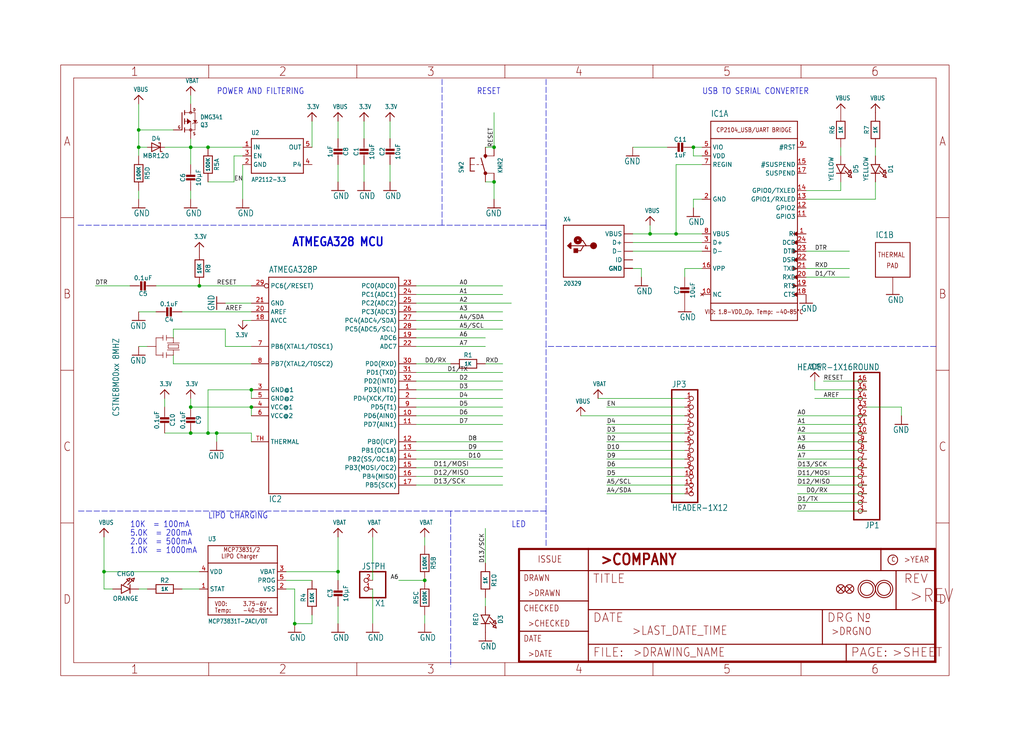
<source format=kicad_sch>
(kicad_sch (version 20211123) (generator eeschema)
  (paper "User" 300.076 217.881)
  (junction (at 144.78 43.18))
  (junction (at 73.66 114.3))
  (junction (at 55.88 43.18))
  (junction (at 198.12 68.58))
  (junction (at 40.64 38.1))
  (junction (at 86.36 182.88))
  (junction (at 30.48 167.64))
  (junction (at 58.42 83.82))
  (junction (at 55.88 119.38))
  (junction (at 60.96 127))
  (junction (at 99.06 167.64))
  (junction (at 124.46 170.18))
  (junction (at 63.5 127))
  (junction (at 73.66 119.38))
  (junction (at 40.64 43.18))
  (junction (at 190.5 68.58))
  (junction (at 203.2 43.18))
  (junction (at 55.88 127))
  (junction (at 144.78 53.34))
  (junction (at 60.96 43.18))
  (wire (pts (xy 109.22 157.48) (xy 109.22 170.18)))
  (wire (pts (xy 55.88 55.88) (xy 55.88 58.42)))
  (wire (pts (xy 236.22 78.74) (xy 248.92 78.74)))
  (wire (pts (xy 99.06 157.48) (xy 99.06 167.64)))
  (wire (pts (xy 121.92 111.76) (xy 147.32 111.76)))
  (wire (pts (xy 121.92 137.16) (xy 147.32 137.16)))
  (wire (pts (xy 71.12 43.18) (xy 60.96 43.18)))
  (wire (pts (xy 83.82 167.64) (xy 99.06 167.64)))
  (wire (pts (xy 142.24 101.6) (xy 121.92 101.6)))
  (wire (pts (xy 121.92 99.06) (xy 142.24 99.06)))
  (polyline (pts (xy 132.08 149.86) (xy 22.86 149.86)))
  (polyline (pts (xy 129.54 66.04) (xy 129.54 22.86)))
  (wire (pts (xy 187.96 78.74) (xy 187.96 81.28)))
  (wire (pts (xy 254 132.08) (xy 233.68 132.08)))
  (wire (pts (xy 254 139.7) (xy 233.68 139.7)))
  (wire (pts (xy 254 127) (xy 233.68 127)))
  (wire (pts (xy 121.92 106.68) (xy 132.08 106.68)))
  (wire (pts (xy 66.04 96.52) (xy 66.04 101.6)))
  (wire (pts (xy 147.32 86.36) (xy 121.92 86.36)))
  (wire (pts (xy 99.06 177.8) (xy 99.06 182.88)))
  (wire (pts (xy 200.66 139.7) (xy 177.8 139.7)))
  (wire (pts (xy 185.42 43.18) (xy 195.58 43.18)))
  (polyline (pts (xy 160.02 66.04) (xy 160.02 22.86)))
  (polyline (pts (xy 22.86 66.04) (xy 129.54 66.04)))
  (polyline (pts (xy 160.02 149.86) (xy 132.08 149.86)))
  (wire (pts (xy 205.74 45.72) (xy 203.2 45.72)))
  (wire (pts (xy 121.92 88.9) (xy 149.86 88.9)))
  (wire (pts (xy 200.66 129.54) (xy 177.8 129.54)))
  (wire (pts (xy 86.36 172.72) (xy 86.36 182.88)))
  (wire (pts (xy 121.92 121.92) (xy 147.32 121.92)))
  (wire (pts (xy 200.66 78.74) (xy 200.66 81.28)))
  (wire (pts (xy 50.8 106.68) (xy 50.8 104.14)))
  (wire (pts (xy 264.16 119.38) (xy 264.16 121.92)))
  (wire (pts (xy 60.96 114.3) (xy 60.96 127)))
  (wire (pts (xy 147.32 134.62) (xy 121.92 134.62)))
  (wire (pts (xy 236.22 73.66) (xy 248.92 73.66)))
  (wire (pts (xy 99.06 35.56) (xy 99.06 40.64)))
  (wire (pts (xy 83.82 170.18) (xy 91.44 170.18)))
  (wire (pts (xy 73.66 106.68) (xy 50.8 106.68)))
  (wire (pts (xy 236.22 55.88) (xy 246.38 55.88)))
  (wire (pts (xy 142.24 165.1) (xy 142.24 154.94)))
  (wire (pts (xy 147.32 114.3) (xy 121.92 114.3)))
  (wire (pts (xy 73.66 88.9) (xy 66.04 88.9)))
  (wire (pts (xy 106.68 48.26) (xy 106.68 53.34)))
  (wire (pts (xy 254 137.16) (xy 233.68 137.16)))
  (wire (pts (xy 205.74 78.74) (xy 200.66 78.74)))
  (wire (pts (xy 73.66 116.84) (xy 73.66 114.3)))
  (wire (pts (xy 55.88 119.38) (xy 55.88 116.84)))
  (wire (pts (xy 40.64 58.42) (xy 40.64 55.88)))
  (wire (pts (xy 142.24 53.34) (xy 144.78 53.34)))
  (wire (pts (xy 254 111.76) (xy 241.3 111.76)))
  (wire (pts (xy 27.94 83.82) (xy 38.1 83.82)))
  (wire (pts (xy 205.74 43.18) (xy 203.2 43.18)))
  (wire (pts (xy 177.8 132.08) (xy 200.66 132.08)))
  (wire (pts (xy 33.02 172.72) (xy 30.48 172.72)))
  (wire (pts (xy 147.32 142.24) (xy 121.92 142.24)))
  (wire (pts (xy 91.44 180.34) (xy 91.44 182.88)))
  (wire (pts (xy 248.92 81.28) (xy 236.22 81.28)))
  (wire (pts (xy 205.74 48.26) (xy 198.12 48.26)))
  (wire (pts (xy 205.74 58.42) (xy 203.2 58.42)))
  (wire (pts (xy 185.42 73.66) (xy 205.74 73.66)))
  (wire (pts (xy 55.88 27.94) (xy 55.88 30.48)))
  (polyline (pts (xy 160.02 66.04) (xy 129.54 66.04)))
  (wire (pts (xy 238.76 114.3) (xy 254 114.3)))
  (wire (pts (xy 175.26 116.84) (xy 200.66 116.84)))
  (wire (pts (xy 66.04 101.6) (xy 73.66 101.6)))
  (wire (pts (xy 246.38 43.18) (xy 246.38 45.72)))
  (wire (pts (xy 147.32 106.68) (xy 142.24 106.68)))
  (wire (pts (xy 40.64 45.72) (xy 40.64 43.18)))
  (wire (pts (xy 40.64 172.72) (xy 43.18 172.72)))
  (wire (pts (xy 99.06 170.18) (xy 99.06 167.64)))
  (wire (pts (xy 147.32 91.44) (xy 121.92 91.44)))
  (wire (pts (xy 63.5 127) (xy 63.5 129.54)))
  (wire (pts (xy 254 149.86) (xy 233.68 149.86)))
  (wire (pts (xy 91.44 182.88) (xy 86.36 182.88)))
  (wire (pts (xy 30.48 172.72) (xy 30.48 167.64)))
  (wire (pts (xy 177.8 134.62) (xy 200.66 134.62)))
  (wire (pts (xy 124.46 182.88) (xy 124.46 180.34)))
  (wire (pts (xy 121.92 116.84) (xy 147.32 116.84)))
  (wire (pts (xy 114.3 48.26) (xy 114.3 53.34)))
  (wire (pts (xy 91.44 43.18) (xy 91.44 35.56)))
  (wire (pts (xy 147.32 109.22) (xy 121.92 109.22)))
  (wire (pts (xy 203.2 43.18) (xy 203.2 45.72)))
  (wire (pts (xy 60.96 43.18) (xy 55.88 43.18)))
  (wire (pts (xy 185.42 71.12) (xy 205.74 71.12)))
  (wire (pts (xy 48.26 43.18) (xy 55.88 43.18)))
  (wire (pts (xy 185.42 68.58) (xy 190.5 68.58)))
  (wire (pts (xy 177.8 137.16) (xy 200.66 137.16)))
  (wire (pts (xy 200.66 124.46) (xy 177.8 124.46)))
  (wire (pts (xy 236.22 58.42) (xy 256.54 58.42)))
  (wire (pts (xy 254 144.78) (xy 233.68 144.78)))
  (wire (pts (xy 200.66 142.24) (xy 177.8 142.24)))
  (polyline (pts (xy 132.08 149.86) (xy 132.08 195.58)))
  (wire (pts (xy 106.68 40.64) (xy 106.68 35.56)))
  (polyline (pts (xy 160.02 160.02) (xy 160.02 149.86)))
  (wire (pts (xy 256.54 43.18) (xy 256.54 45.72)))
  (wire (pts (xy 121.92 132.08) (xy 147.32 132.08)))
  (wire (pts (xy 114.3 40.64) (xy 114.3 35.56)))
  (wire (pts (xy 60.96 127) (xy 63.5 127)))
  (wire (pts (xy 60.96 127) (xy 55.88 127)))
  (wire (pts (xy 50.8 38.1) (xy 40.64 38.1)))
  (wire (pts (xy 124.46 157.48) (xy 124.46 160.02)))
  (wire (pts (xy 246.38 55.88) (xy 246.38 53.34)))
  (wire (pts (xy 177.8 127) (xy 200.66 127)))
  (wire (pts (xy 254 116.84) (xy 238.76 116.84)))
  (wire (pts (xy 55.88 127) (xy 48.26 127)))
  (wire (pts (xy 147.32 96.52) (xy 121.92 96.52)))
  (wire (pts (xy 238.76 111.76) (xy 238.76 114.3)))
  (wire (pts (xy 30.48 157.48) (xy 30.48 167.64)))
  (wire (pts (xy 198.12 48.26) (xy 198.12 68.58)))
  (wire (pts (xy 55.88 40.64) (xy 55.88 43.18)))
  (wire (pts (xy 40.64 38.1) (xy 40.64 30.48)))
  (wire (pts (xy 256.54 53.34) (xy 256.54 58.42)))
  (wire (pts (xy 121.92 93.98) (xy 147.32 93.98)))
  (wire (pts (xy 254 124.46) (xy 233.68 124.46)))
  (polyline (pts (xy 274.32 101.6) (xy 160.02 101.6)))
  (wire (pts (xy 55.88 43.18) (xy 55.88 48.26)))
  (wire (pts (xy 254 119.38) (xy 264.16 119.38)))
  (wire (pts (xy 254 134.62) (xy 233.68 134.62)))
  (wire (pts (xy 144.78 33.02) (xy 144.78 43.18)))
  (wire (pts (xy 30.48 167.64) (xy 58.42 167.64)))
  (wire (pts (xy 185.42 78.74) (xy 187.96 78.74)))
  (wire (pts (xy 73.66 83.82) (xy 58.42 83.82)))
  (wire (pts (xy 58.42 83.82) (xy 45.72 83.82)))
  (wire (pts (xy 83.82 172.72) (xy 86.36 172.72)))
  (wire (pts (xy 177.8 144.78) (xy 200.66 144.78)))
  (wire (pts (xy 198.12 68.58) (xy 205.74 68.58)))
  (wire (pts (xy 147.32 124.46) (xy 121.92 124.46)))
  (wire (pts (xy 144.78 43.18) (xy 142.24 43.18)))
  (wire (pts (xy 43.18 101.6) (xy 40.64 101.6)))
  (wire (pts (xy 43.18 43.18) (xy 40.64 43.18)))
  (wire (pts (xy 40.64 43.18) (xy 40.64 38.1)))
  (polyline (pts (xy 160.02 149.86) (xy 160.02 101.6)))
  (wire (pts (xy 147.32 129.54) (xy 121.92 129.54)))
  (wire (pts (xy 147.32 139.7) (xy 121.92 139.7)))
  (wire (pts (xy 109.22 182.88) (xy 109.22 172.72)))
  (wire (pts (xy 254 121.92) (xy 233.68 121.92)))
  (wire (pts (xy 45.72 91.44) (xy 40.64 91.44)))
  (wire (pts (xy 73.66 129.54) (xy 73.66 127)))
  (wire (pts (xy 60.96 53.34) (xy 68.58 53.34)))
  (wire (pts (xy 73.66 114.3) (xy 60.96 114.3)))
  (wire (pts (xy 190.5 68.58) (xy 190.5 66.04)))
  (wire (pts (xy 233.68 129.54) (xy 254 129.54)))
  (wire (pts (xy 71.12 48.26) (xy 71.12 58.42)))
  (wire (pts (xy 50.8 96.52) (xy 66.04 96.52)))
  (wire (pts (xy 144.78 53.34) (xy 144.78 58.42)))
  (wire (pts (xy 53.34 172.72) (xy 58.42 172.72)))
  (wire (pts (xy 99.06 48.26) (xy 99.06 53.34)))
  (wire (pts (xy 48.26 119.38) (xy 48.26 116.84)))
  (wire (pts (xy 147.32 119.38) (xy 121.92 119.38)))
  (wire (pts (xy 68.58 45.72) (xy 71.12 45.72)))
  (wire (pts (xy 73.66 127) (xy 63.5 127)))
  (wire (pts (xy 200.66 121.92) (xy 170.18 121.92)))
  (wire (pts (xy 233.68 147.32) (xy 254 147.32)))
  (wire (pts (xy 73.66 91.44) (xy 53.34 91.44)))
  (wire (pts (xy 68.58 53.34) (xy 68.58 45.72)))
  (wire (pts (xy 124.46 170.18) (xy 116.84 170.18)))
  (wire (pts (xy 121.92 83.82) (xy 147.32 83.82)))
  (wire (pts (xy 190.5 68.58) (xy 198.12 68.58)))
  (wire (pts (xy 71.12 93.98) (xy 73.66 93.98)))
  (polyline (pts (xy 160.02 101.6) (xy 160.02 66.04)))
  (wire (pts (xy 203.2 58.42) (xy 203.2 60.96)))
  (wire (pts (xy 73.66 119.38) (xy 73.66 121.92)))
  (wire (pts (xy 50.8 99.06) (xy 50.8 96.52)))
  (wire (pts (xy 233.68 142.24) (xy 254 142.24)))
  (wire (pts (xy 73.66 119.38) (xy 55.88 119.38)))
  (wire (pts (xy 142.24 175.26) (xy 142.24 177.8)))
  (wire (pts (xy 177.8 119.38) (xy 200.66 119.38)))
  (text "RESET" (at 139.7 27.94 180) (effects (font (size 1.778 1.5113)) (justify left bottom)))
  (text "LIPO CHARGING" (at 60.96 152.4 180) (effects (font (size 1.778 1.5113)) (justify left bottom)))
  (text "USB TO SERIAL CONVERTER" (at 205.74 27.94 180) (effects (font (size 1.778 1.5113)) (justify left bottom)))
  (text "ATMEGA328 MCU" (at 99.06 71.12 180) (effects (font (size 2.54 2.159) (thickness 0.4318) bold)))
  (text "10K  = 100mA" (at 38.1 154.94 180) (effects (font (size 1.778 1.5113)) (justify left bottom)))
  (text "1.0K  = 1000mA" (at 38.1 162.56 180) (effects (font (size 1.778 1.5113)) (justify left bottom)))
  (text "POWER AND FILTERING" (at 63.5 27.94 180) (effects (font (size 1.778 1.5113)) (justify left bottom)))
  (text "5.0K  = 200mA" (at 38.1 157.48 180) (effects (font (size 1.778 1.5113)) (justify left bottom)))
  (text "2.0K  = 500mA" (at 38.1 160.02 180) (effects (font (size 1.778 1.5113)) (justify left bottom)))
  (text "LED" (at 149.86 154.94 180) (effects (font (size 1.778 1.5113)) (justify left bottom)))
  (label "D1/TX" (at 233.68 147.32 0) (effects (font (size 1.2446 1.2446))))
  (label "A6" (at 134.62 99.06 0) (effects (font (size 1.2446 1.2446))))
  (label "A1" (at 134.62 86.36 0) (effects (font (size 1.2446 1.2446))))
  (label "D3" (at 177.8 127 0) (effects (font (size 1.2446 1.2446))))
  (label "RESET" (at 144.78 43.18 90) (effects (font (size 1.2446 1.2446))))
  (label "A6" (at 233.68 132.08 0) (effects (font (size 1.2446 1.2446))))
  (label "A0" (at 134.62 83.82 0) (effects (font (size 1.2446 1.2446))))
  (label "D2" (at 137.16 111.76 180) (effects (font (size 1.2446 1.2446))))
  (label "D8" (at 137.16 129.54 0) (effects (font (size 1.2446 1.2446))))
  (label "D1/TX" (at 137.16 109.22 180) (effects (font (size 1.2446 1.2446))))
  (label "A7" (at 233.68 134.62 0) (effects (font (size 1.2446 1.2446))))
  (label "A2" (at 134.62 88.9 0) (effects (font (size 1.2446 1.2446))))
  (label "D6" (at 137.16 121.92 180) (effects (font (size 1.2446 1.2446))))
  (label "EN" (at 68.58 53.34 0) (effects (font (size 1.2446 1.2446))))
  (label "A3" (at 233.68 129.54 0) (effects (font (size 1.2446 1.2446))))
  (label "A7" (at 134.62 101.6 0) (effects (font (size 1.2446 1.2446))))
  (label "A2" (at 233.68 127 0) (effects (font (size 1.2446 1.2446))))
  (label "RESET" (at 241.3 111.76 0) (effects (font (size 1.2446 1.2446))))
  (label "D4" (at 137.16 116.84 180) (effects (font (size 1.2446 1.2446))))
  (label "D9" (at 137.16 132.08 0) (effects (font (size 1.2446 1.2446))))
  (label "DTR" (at 27.94 83.82 0) (effects (font (size 1.2446 1.2446))))
  (label "RESET" (at 63.5 83.82 0) (effects (font (size 1.2446 1.2446))))
  (label "D4" (at 177.8 124.46 0) (effects (font (size 1.2446 1.2446))))
  (label "D2" (at 177.8 129.54 0) (effects (font (size 1.2446 1.2446))))
  (label "D10" (at 137.16 134.62 0) (effects (font (size 1.2446 1.2446))))
  (label "D11/MOSI" (at 233.68 139.7 0) (effects (font (size 1.2446 1.2446))))
  (label "A3" (at 134.62 91.44 0) (effects (font (size 1.2446 1.2446))))
  (label "D13/SCK" (at 127 142.24 0) (effects (font (size 1.3513 1.3513))))
  (label "EN" (at 177.8 119.38 0) (effects (font (size 1.2446 1.2446))))
  (label "D5" (at 137.16 119.38 180) (effects (font (size 1.2446 1.2446))))
  (label "D12/MISO" (at 233.68 142.24 0) (effects (font (size 1.2446 1.2446))))
  (label "A0" (at 233.68 121.92 0) (effects (font (size 1.2446 1.2446))))
  (label "D13/SCK" (at 233.68 137.16 0) (effects (font (size 1.2446 1.2446))))
  (label "A6" (at 116.84 170.18 180) (effects (font (size 1.2446 1.2446))))
  (label "A5/SCL" (at 134.62 96.52 0) (effects (font (size 1.2446 1.2446))))
  (label "AREF" (at 241.3 116.84 0) (effects (font (size 1.2446 1.2446))))
  (label "RXD" (at 238.76 78.74 0) (effects (font (size 1.2446 1.2446))))
  (label "D10" (at 177.8 132.08 0) (effects (font (size 1.2446 1.2446))))
  (label "D5" (at 177.8 139.7 0) (effects (font (size 1.2446 1.2446))))
  (label "D0/RX" (at 124.46 106.68 0) (effects (font (size 1.2446 1.2446))))
  (label "D11/MOSI" (at 127 137.16 0) (effects (font (size 1.3513 1.3513))))
  (label "D0/RX" (at 236.22 144.78 0) (effects (font (size 1.2446 1.2446))))
  (label "A4/SDA" (at 177.8 144.78 0) (effects (font (size 1.2446 1.2446))))
  (label "DTR" (at 238.76 73.66 0) (effects (font (size 1.2446 1.2446))))
  (label "D12/MISO" (at 127 139.7 0) (effects (font (size 1.3513 1.3513))))
  (label "D7" (at 233.68 149.86 0) (effects (font (size 1.2446 1.2446))))
  (label "D3" (at 137.16 114.3 180) (effects (font (size 1.2446 1.2446))))
  (label "D6" (at 177.8 137.16 0) (effects (font (size 1.2446 1.2446))))
  (label "D9" (at 177.8 134.62 0) (effects (font (size 1.2446 1.2446))))
  (label "A4/SDA" (at 134.62 93.98 0) (effects (font (size 1.2446 1.2446))))
  (label "RXD" (at 142.24 106.68 0) (effects (font (size 1.2446 1.2446))))
  (label "AREF" (at 66.04 91.44 0) (effects (font (size 1.3513 1.3513))))
  (label "A1" (at 233.68 124.46 0) (effects (font (size 1.2446 1.2446))))
  (label "A5/SCL" (at 177.8 142.24 0) (effects (font (size 1.2446 1.2446))))
  (label "D1/TX" (at 238.76 81.28 0) (effects (font (size 1.2446 1.2446))))
  (label "D13/SCK" (at 142.24 165.1 90) (effects (font (size 1.2446 1.2446))))
  (label "D7" (at 137.16 124.46 180) (effects (font (size 1.2446 1.2446))))
  (symbol (lib_id "eagleSchem-eagle-import:RESISTOR_4PACK") (at 60.96 48.26 270) (unit 1)
    (property "Reference" "R5" (at 63.5 48.26 0))
    (property "Value" "100K" (at 60.96 48.26 0) (effects (font (size 1.016 1.016) bold)))
    (property "Footprint" "eagleSchem:RESPACK_4X0603" (effects hide))
  )
  (symbol (lib_id "eagleSchem-eagle-import:3.3V") (at 48.26 114.3 0) (unit 1)
    (property "Reference" "#U$41" (effects hide))
    (property "Value" "3.3V" (at 46.736 113.284 0) (effects (font (size 1.27 1.0795)) (justify left bottom)))
    (property "Footprint" "eagleSchem:" (effects hide))
  )
  (symbol (lib_id "eagleSchem-eagle-import:CP2104") (at 261.62 76.2 0) (unit 2)
    (property "Reference" "IC1" (at 256.54 69.85 0) (effects (font (size 1.778 1.5113)) (justify left bottom)))
    (property "Value" "CP2104" (effects hide))
    (property "Footprint" "eagleSchem:QFN24_4MM_SMSC" (effects hide))
  )
  (symbol (lib_id "eagleSchem-eagle-import:GND") (at 185.42 45.72 0) (unit 1)
    (property "Reference" "#GND5" (effects hide))
    (property "Value" "GND" (at 182.88 48.26 0) (effects (font (size 1.778 1.5113)) (justify left bottom)))
    (property "Footprint" "eagleSchem:" (effects hide))
  )
  (symbol (lib_id "eagleSchem-eagle-import:MOUNTINGHOLE2.5") (at 254 172.72 0) (unit 1)
    (property "Reference" "U$31" (effects hide))
    (property "Value" "MOUNTINGHOLE2.5" (effects hide))
    (property "Footprint" "eagleSchem:MOUNTINGHOLE_2.5_PLATED" (effects hide))
  )
  (symbol (lib_id "eagleSchem-eagle-import:RESISTOR_4PACK") (at 124.46 165.1 270) (unit 2)
    (property "Reference" "R5" (at 127 165.1 0))
    (property "Value" "100K" (at 124.46 165.1 0) (effects (font (size 1.016 1.016) bold)))
    (property "Footprint" "eagleSchem:RESPACK_4X0603" (effects hide))
  )
  (symbol (lib_id "eagleSchem-eagle-import:VBUS") (at 99.06 33.02 0) (unit 1)
    (property "Reference" "#U$28" (effects hide))
    (property "Value" "VBUS" (at 97.536 32.004 0) (effects (font (size 1.27 1.0795)) (justify left bottom)))
    (property "Footprint" "eagleSchem:" (effects hide))
  )
  (symbol (lib_id "eagleSchem-eagle-import:RESISTOR_0603_NOOUT") (at 256.54 38.1 90) (unit 1)
    (property "Reference" "R7" (at 254 38.1 0))
    (property "Value" "1K" (at 256.54 38.1 0) (effects (font (size 1.016 1.016) bold)))
    (property "Footprint" "eagleSchem:0603-NO" (effects hide))
  )
  (symbol (lib_id "eagleSchem-eagle-import:GND") (at 55.88 60.96 0) (unit 1)
    (property "Reference" "#U$27" (effects hide))
    (property "Value" "GND" (at 54.356 63.5 0) (effects (font (size 1.778 1.5113)) (justify left bottom)))
    (property "Footprint" "eagleSchem:" (effects hide))
  )
  (symbol (lib_id "eagleSchem-eagle-import:FRAME_A4") (at 152.4 195.58 0) (unit 2)
    (property "Reference" "#FRAME1" (effects hide))
    (property "Value" "FRAME_A4" (effects hide))
    (property "Footprint" "eagleSchem:" (effects hide))
  )
  (symbol (lib_id "eagleSchem-eagle-import:3.3V") (at 238.76 109.22 0) (unit 1)
    (property "Reference" "#U$6" (effects hide))
    (property "Value" "3.3V" (at 237.236 108.204 0) (effects (font (size 1.27 1.0795)) (justify left bottom)))
    (property "Footprint" "eagleSchem:" (effects hide))
  )
  (symbol (lib_id "eagleSchem-eagle-import:CAP_CERAMIC_0805MP") (at 200.66 86.36 0) (unit 1)
    (property "Reference" "C7" (at 198.37 85.11 90))
    (property "Value" "10uF" (at 202.96 85.11 90))
    (property "Footprint" "eagleSchem:_0805MP" (effects hide))
  )
  (symbol (lib_id "eagleSchem-eagle-import:VBAT") (at 175.26 114.3 0) (unit 1)
    (property "Reference" "#U$20" (effects hide))
    (property "Value" "VBAT" (at 173.736 113.284 0) (effects (font (size 1.27 1.0795)) (justify left bottom)))
    (property "Footprint" "eagleSchem:" (effects hide))
  )
  (symbol (lib_id "eagleSchem-eagle-import:VBUS") (at 190.5 63.5 0) (unit 1)
    (property "Reference" "#U$18" (effects hide))
    (property "Value" "VBUS" (at 188.976 62.484 0) (effects (font (size 1.27 1.0795)) (justify left bottom)))
    (property "Footprint" "eagleSchem:" (effects hide))
  )
  (symbol (lib_id "eagleSchem-eagle-import:VBAT") (at 124.46 154.94 0) (unit 1)
    (property "Reference" "#U$7" (effects hide))
    (property "Value" "VBAT" (at 122.936 153.924 0) (effects (font (size 1.27 1.0795)) (justify left bottom)))
    (property "Footprint" "eagleSchem:" (effects hide))
  )
  (symbol (lib_id "eagleSchem-eagle-import:GND") (at 236.22 88.9 0) (unit 1)
    (property "Reference" "#U$43" (effects hide))
    (property "Value" "GND" (at 234.696 91.44 0) (effects (font (size 1.778 1.5113)) (justify left bottom)))
    (property "Footprint" "eagleSchem:" (effects hide))
  )
  (symbol (lib_id "eagleSchem-eagle-import:FIDUCIAL_1MM") (at 248.92 172.72 0) (unit 1)
    (property "Reference" "U$34" (effects hide))
    (property "Value" "FIDUCIAL_1MM" (effects hide))
    (property "Footprint" "eagleSchem:FIDUCIAL_1MM" (effects hide))
  )
  (symbol (lib_id "eagleSchem-eagle-import:MOSFET-P") (at 55.88 35.56 0) (mirror x) (unit 1)
    (property "Reference" "Q3" (at 58.674 35.941 0) (effects (font (size 1.27 1.0795)) (justify left bottom)))
    (property "Value" "DMG341" (at 58.674 33.655 0) (effects (font (size 1.27 1.0795)) (justify left bottom)))
    (property "Footprint" "eagleSchem:SOT23-R" (effects hide))
  )
  (symbol (lib_id "eagleSchem-eagle-import:GND") (at 99.06 185.42 0) (unit 1)
    (property "Reference" "#U$33" (effects hide))
    (property "Value" "GND" (at 97.536 187.96 0) (effects (font (size 1.778 1.5113)) (justify left bottom)))
    (property "Footprint" "eagleSchem:" (effects hide))
  )
  (symbol (lib_id "eagleSchem-eagle-import:FRAME_A4") (at 17.78 198.12 0) (unit 1)
    (property "Reference" "#FRAME1" (effects hide))
    (property "Value" "FRAME_A4" (effects hide))
    (property "Footprint" "eagleSchem:" (effects hide))
  )
  (symbol (lib_id "eagleSchem-eagle-import:3.3V") (at 91.44 33.02 0) (unit 1)
    (property "Reference" "#U$10" (effects hide))
    (property "Value" "3.3V" (at 89.916 32.004 0) (effects (font (size 1.27 1.0795)) (justify left bottom)))
    (property "Footprint" "eagleSchem:" (effects hide))
  )
  (symbol (lib_id "eagleSchem-eagle-import:CAP_CERAMIC0805-NOOUTLINE") (at 114.3 45.72 0) (unit 1)
    (property "Reference" "C2" (at 112.01 44.47 90))
    (property "Value" "10uF" (at 116.6 44.47 90))
    (property "Footprint" "eagleSchem:0805-NO" (effects hide))
  )
  (symbol (lib_id "eagleSchem-eagle-import:USB_MICRO_20329_V2") (at 175.26 73.66 0) (unit 1)
    (property "Reference" "X4" (at 165.1 65.024 0) (effects (font (size 1.27 1.0795)) (justify left bottom)))
    (property "Value" "20329" (at 165.1 83.82 0) (effects (font (size 1.27 1.0795)) (justify left bottom)))
    (property "Footprint" "eagleSchem:4UCONN_20329_V2" (effects hide))
  )
  (symbol (lib_id "eagleSchem-eagle-import:DIODE-SCHOTTKYSOD-123") (at 45.72 43.18 0) (unit 1)
    (property "Reference" "D4" (at 45.72 40.64 0))
    (property "Value" "MBR120" (at 45.72 45.68 0))
    (property "Footprint" "eagleSchem:SOD-123" (effects hide))
  )
  (symbol (lib_id "eagleSchem-eagle-import:GND") (at 144.78 60.96 0) (unit 1)
    (property "Reference" "#GND6" (effects hide))
    (property "Value" "GND" (at 142.24 63.5 0) (effects (font (size 1.778 1.5113)) (justify left bottom)))
    (property "Footprint" "eagleSchem:" (effects hide))
  )
  (symbol (lib_id "eagleSchem-eagle-import:VBUS") (at 30.48 154.94 0) (unit 1)
    (property "Reference" "#U$38" (effects hide))
    (property "Value" "VBUS" (at 28.956 153.924 0) (effects (font (size 1.27 1.0795)) (justify left bottom)))
    (property "Footprint" "eagleSchem:" (effects hide))
  )
  (symbol (lib_id "eagleSchem-eagle-import:GND") (at 40.64 104.14 0) (unit 1)
    (property "Reference" "#GND3" (effects hide))
    (property "Value" "GND" (at 38.1 106.68 0) (effects (font (size 1.778 1.5113)) (justify left bottom)))
    (property "Footprint" "eagleSchem:" (effects hide))
  )
  (symbol (lib_id "eagleSchem-eagle-import:CP2104") (at 220.98 63.5 0) (unit 1)
    (property "Reference" "IC1" (at 208.28 34.29 0) (effects (font (size 1.778 1.5113)) (justify left bottom)))
    (property "Value" "CP2104" (effects hide))
    (property "Footprint" "eagleSchem:QFN24_4MM_SMSC" (effects hide))
  )
  (symbol (lib_id "eagleSchem-eagle-import:RESISTOR_0603_NOOUT") (at 58.42 78.74 90) (unit 1)
    (property "Reference" "R8" (at 60.96 78.74 0))
    (property "Value" "10K" (at 58.42 78.74 0) (effects (font (size 1.016 1.016) bold)))
    (property "Footprint" "eagleSchem:0603-NO" (effects hide))
  )
  (symbol (lib_id "eagleSchem-eagle-import:GND") (at 142.24 187.96 0) (unit 1)
    (property "Reference" "#U$8" (effects hide))
    (property "Value" "GND" (at 140.716 190.5 0) (effects (font (size 1.778 1.5113)) (justify left bottom)))
    (property "Footprint" "eagleSchem:" (effects hide))
  )
  (symbol (lib_id "eagleSchem-eagle-import:GND") (at 264.16 124.46 0) (unit 1)
    (property "Reference" "#GND4" (effects hide))
    (property "Value" "GND" (at 261.62 127 0) (effects (font (size 1.778 1.5113)) (justify left bottom)))
    (property "Footprint" "eagleSchem:" (effects hide))
  )
  (symbol (lib_id "eagleSchem-eagle-import:VBAT") (at 55.88 25.4 0) (unit 1)
    (property "Reference" "#U$21" (effects hide))
    (property "Value" "VBAT" (at 54.356 24.384 0) (effects (font (size 1.27 1.0795)) (justify left bottom)))
    (property "Footprint" "eagleSchem:" (effects hide))
  )
  (symbol (lib_id "eagleSchem-eagle-import:CAP_CERAMIC0603_NO") (at 55.88 121.92 180) (unit 1)
    (property "Reference" "C9" (at 58.17 123.17 90))
    (property "Value" "0.1uF" (at 53.58 123.17 90))
    (property "Footprint" "eagleSchem:0603-NO" (effects hide))
  )
  (symbol (lib_id "eagleSchem-eagle-import:LED0805_NOOUTLINE") (at 142.24 182.88 270) (unit 1)
    (property "Reference" "D3" (at 146.685 181.61 0))
    (property "Value" "RED" (at 139.446 181.61 0))
    (property "Footprint" "eagleSchem:CHIPLED_0805_NOOUTLINE" (effects hide))
  )
  (symbol (lib_id "eagleSchem-eagle-import:GND") (at 187.96 83.82 0) (unit 1)
    (property "Reference" "#U$11" (effects hide))
    (property "Value" "GND" (at 186.436 86.36 0) (effects (font (size 1.778 1.5113)) (justify left bottom)))
    (property "Footprint" "eagleSchem:" (effects hide))
  )
  (symbol (lib_id "eagleSchem-eagle-import:GND") (at 40.64 93.98 0) (unit 1)
    (property "Reference" "#GND13" (effects hide))
    (property "Value" "GND" (at 38.1 96.52 0) (effects (font (size 1.778 1.5113)) (justify left bottom)))
    (property "Footprint" "eagleSchem:" (effects hide))
  )
  (symbol (lib_id "eagleSchem-eagle-import:RESISTOR_4PACK") (at 40.64 50.8 270) (unit 4)
    (property "Reference" "R5" (at 43.18 50.8 0))
    (property "Value" "100K" (at 40.64 50.8 0) (effects (font (size 1.016 1.016) bold)))
    (property "Footprint" "eagleSchem:RESPACK_4X0603" (effects hide))
  )
  (symbol (lib_id "eagleSchem-eagle-import:RESONATORMU") (at 50.8 101.6 0) (unit 1)
    (property "Reference" "Y2" (effects hide))
    (property "Value" "CSTNE8M00xx 8MHZ" (at 33.02 99.06 90) (effects (font (size 1.778 1.5113)) (justify right top)))
    (property "Footprint" "eagleSchem:RESONATOR" (effects hide))
  )
  (symbol (lib_id "eagleSchem-eagle-import:GND") (at 124.46 185.42 0) (unit 1)
    (property "Reference" "#U$14" (effects hide))
    (property "Value" "GND" (at 122.936 187.96 0) (effects (font (size 1.778 1.5113)) (justify left bottom)))
    (property "Footprint" "eagleSchem:" (effects hide))
  )
  (symbol (lib_id "eagleSchem-eagle-import:3.3V") (at 58.42 71.12 0) (unit 1)
    (property "Reference" "#U$26" (effects hide))
    (property "Value" "3.3V" (at 56.896 70.104 0) (effects (font (size 1.27 1.0795)) (justify left bottom)))
    (property "Footprint" "eagleSchem:" (effects hide))
  )
  (symbol (lib_id "eagleSchem-eagle-import:CAP_CERAMIC0805-NOOUTLINE") (at 106.68 45.72 0) (unit 1)
    (property "Reference" "C1" (at 104.39 44.47 90))
    (property "Value" "10uF" (at 108.98 44.47 90))
    (property "Footprint" "eagleSchem:0805-NO" (effects hide))
  )
  (symbol (lib_id "eagleSchem-eagle-import:FIDUCIAL_1MM") (at 246.38 172.72 0) (unit 1)
    (property "Reference" "U$35" (effects hide))
    (property "Value" "FIDUCIAL_1MM" (effects hide))
    (property "Footprint" "eagleSchem:FIDUCIAL_1MM" (effects hide))
  )
  (symbol (lib_id "eagleSchem-eagle-import:GND") (at 109.22 185.42 0) (unit 1)
    (property "Reference" "#U$22" (effects hide))
    (property "Value" "GND" (at 107.696 187.96 0) (effects (font (size 1.778 1.5113)) (justify left bottom)))
    (property "Footprint" "eagleSchem:" (effects hide))
  )
  (symbol (lib_id "eagleSchem-eagle-import:CAP_CERAMIC0805-NOOUTLINE") (at 99.06 175.26 0) (unit 1)
    (property "Reference" "C3" (at 96.77 174.01 90))
    (property "Value" "10µF" (at 101.36 174.01 90))
    (property "Footprint" "eagleSchem:0805-NO" (effects hide))
  )
  (symbol (lib_id "eagleSchem-eagle-import:HEADER-1X12") (at 203.2 132.08 0) (unit 1)
    (property "Reference" "JP3" (at 196.85 113.665 0) (effects (font (size 1.778 1.5113)) (justify left bottom)))
    (property "Value" "HEADER-1X12" (at 196.85 149.86 0) (effects (font (size 1.778 1.5113)) (justify left bottom)))
    (property "Footprint" "eagleSchem:1X12_ROUND" (effects hide))
  )
  (symbol (lib_id "eagleSchem-eagle-import:RESISTOR_0603_NOOUT") (at 48.26 172.72 0) (unit 1)
    (property "Reference" "R2" (at 48.26 170.18 0))
    (property "Value" "1K" (at 48.26 172.72 0) (effects (font (size 1.016 1.016) bold)))
    (property "Footprint" "eagleSchem:0603-NO" (effects hide))
  )
  (symbol (lib_id "eagleSchem-eagle-import:RESISTOR_0603_NOOUT") (at 246.38 38.1 90) (unit 1)
    (property "Reference" "R6" (at 243.84 38.1 0))
    (property "Value" "1K" (at 246.38 38.1 0) (effects (font (size 1.016 1.016) bold)))
    (property "Footprint" "eagleSchem:0603-NO" (effects hide))
  )
  (symbol (lib_id "eagleSchem-eagle-import:GND") (at 203.2 63.5 0) (unit 1)
    (property "Reference" "#U$12" (effects hide))
    (property "Value" "GND" (at 201.676 66.04 0) (effects (font (size 1.778 1.5113)) (justify left bottom)))
    (property "Footprint" "eagleSchem:" (effects hide))
  )
  (symbol (lib_id "eagleSchem-eagle-import:GND") (at 261.62 86.36 0) (unit 1)
    (property "Reference" "#U$1" (effects hide))
    (property "Value" "GND" (at 260.096 88.9 0) (effects (font (size 1.778 1.5113)) (justify left bottom)))
    (property "Footprint" "eagleSchem:" (effects hide))
  )
  (symbol (lib_id "eagleSchem-eagle-import:SWITCH_TACT_SMT4.6X2.8") (at 142.24 48.26 90) (unit 1)
    (property "Reference" "SW2" (at 135.89 50.8 0) (effects (font (size 1.27 1.0795)) (justify left bottom)))
    (property "Value" "KMR2" (at 147.32 50.8 0) (effects (font (size 1.27 1.0795)) (justify left bottom)))
    (property "Footprint" "eagleSchem:BTN_KMR2_4.6X2.8" (effects hide))
  )
  (symbol (lib_id "eagleSchem-eagle-import:CAP_CERAMIC0805-NOOUTLINE") (at 55.88 53.34 0) (unit 1)
    (property "Reference" "C6" (at 53.59 52.09 90))
    (property "Value" "10µF" (at 58.18 52.09 90))
    (property "Footprint" "eagleSchem:0805-NO" (effects hide))
  )
  (symbol (lib_id "eagleSchem-eagle-import:CAP_CERAMIC0603_NO") (at 50.8 91.44 90) (unit 1)
    (property "Reference" "C4" (at 49.55 93.73 90))
    (property "Value" "0.1uF" (at 49.55 89.14 90))
    (property "Footprint" "eagleSchem:0603-NO" (effects hide))
  )
  (symbol (lib_id "eagleSchem-eagle-import:3.3V") (at 106.68 33.02 0) (unit 1)
    (property "Reference" "#U$2" (effects hide))
    (property "Value" "3.3V" (at 105.156 32.004 0) (effects (font (size 1.27 1.0795)) (justify left bottom)))
    (property "Footprint" "eagleSchem:" (effects hide))
  )
  (symbol (lib_id "eagleSchem-eagle-import:VBUS") (at 246.38 30.48 0) (unit 1)
    (property "Reference" "#U$40" (effects hide))
    (property "Value" "VBUS" (at 244.856 29.464 0) (effects (font (size 1.27 1.0795)) (justify left bottom)))
    (property "Footprint" "eagleSchem:" (effects hide))
  )
  (symbol (lib_id "eagleSchem-eagle-import:VBUS") (at 256.54 30.48 0) (unit 1)
    (property "Reference" "#U$37" (effects hide))
    (property "Value" "VBUS" (at 255.016 29.464 0) (effects (font (size 1.27 1.0795)) (justify left bottom)))
    (property "Footprint" "eagleSchem:" (effects hide))
  )
  (symbol (lib_id "eagleSchem-eagle-import:VBAT") (at 109.22 154.94 0) (unit 1)
    (property "Reference" "#U$16" (effects hide))
    (property "Value" "VBAT" (at 107.696 153.924 0) (effects (font (size 1.27 1.0795)) (justify left bottom)))
    (property "Footprint" "eagleSchem:" (effects hide))
  )
  (symbol (lib_id "eagleSchem-eagle-import:CON_JST_PH_2PIN") (at 106.68 170.18 180) (unit 1)
    (property "Reference" "X1" (at 113.03 175.895 0) (effects (font (size 1.778 1.5113)) (justify left bottom)))
    (property "Value" "JSTPH" (at 113.03 165.1 0) (effects (font (size 1.778 1.5113)) (justify left bottom)))
    (property "Footprint" "eagleSchem:JSTPH2" (effects hide))
  )
  (symbol (lib_id "eagleSchem-eagle-import:MCP73831{slash}2") (at 71.12 170.18 0) (unit 1)
    (property "Reference" "U3" (at 60.96 158.75 0) (effects (font (size 1.27 1.0795)) (justify left bottom)))
    (property "Value" "MCP73831T-2ACI/OT" (at 60.96 182.88 0) (effects (font (size 1.27 1.0795)) (justify left bottom)))
    (property "Footprint" "eagleSchem:SOT23-5" (effects hide))
  )
  (symbol (lib_id "eagleSchem-eagle-import:VBUS") (at 170.18 119.38 0) (unit 1)
    (property "Reference" "#U$19" (effects hide))
    (property "Value" "VBUS" (at 168.656 118.364 0) (effects (font (size 1.27 1.0795)) (justify left bottom)))
    (property "Footprint" "eagleSchem:" (effects hide))
  )
  (symbol (lib_id "eagleSchem-eagle-import:CAP_CERAMIC0603_NO") (at 198.12 43.18 270) (unit 1)
    (property "Reference" "C11" (at 199.37 40.89 90))
    (property "Value" "1uF" (at 199.37 45.48 90))
    (property "Footprint" "eagleSchem:0603-NO" (effects hide))
  )
  (symbol (lib_id "eagleSchem-eagle-import:GND") (at 106.68 55.88 0) (unit 1)
    (property "Reference" "#U$4" (effects hide))
    (property "Value" "GND" (at 105.156 58.42 0) (effects (font (size 1.778 1.5113)) (justify left bottom)))
    (property "Footprint" "eagleSchem:" (effects hide))
  )
  (symbol (lib_id "eagleSchem-eagle-import:RESISTOR_0603MP") (at 137.16 106.68 0) (unit 1)
    (property "Reference" "R1" (at 137.16 104.14 0))
    (property "Value" "1K" (at 137.16 106.68 0) (effects (font (size 1.016 1.016) bold)))
    (property "Footprint" "eagleSchem:_0603MP" (effects hide))
  )
  (symbol (lib_id "eagleSchem-eagle-import:VREG_SOT23-5") (at 81.28 45.72 0) (unit 1)
    (property "Reference" "U2" (at 73.66 39.624 0) (effects (font (size 1.27 1.0795)) (justify left bottom)))
    (property "Value" "AP2112-3.3" (at 73.66 53.34 0) (effects (font (size 1.27 1.0795)) (justify left bottom)))
    (property "Footprint" "eagleSchem:SOT23-5" (effects hide))
  )
  (symbol (lib_id "eagleSchem-eagle-import:CAP_CERAMIC0603_NO") (at 99.06 43.18 180) (unit 1)
    (property "Reference" "C8" (at 101.35 44.43 90))
    (property "Value" "1uF" (at 96.76 44.43 90))
    (property "Footprint" "eagleSchem:0603-NO" (effects hide))
  )
  (symbol (lib_id "eagleSchem-eagle-import:GND") (at 71.12 60.96 0) (unit 1)
    (property "Reference" "#U$30" (effects hide))
    (property "Value" "GND" (at 69.596 63.5 0) (effects (font (size 1.778 1.5113)) (justify left bottom)))
    (property "Footprint" "eagleSchem:" (effects hide))
  )
  (symbol (lib_id "eagleSchem-eagle-import:3.3V") (at 114.3 33.02 0) (unit 1)
    (property "Reference" "#U$24" (effects hide))
    (property "Value" "3.3V" (at 112.776 32.004 0) (effects (font (size 1.27 1.0795)) (justify left bottom)))
    (property "Footprint" "eagleSchem:" (effects hide))
  )
  (symbol (lib_id "eagleSchem-eagle-import:GND") (at 86.36 185.42 0) (unit 1)
    (property "Reference" "#U$36" (effects hide))
    (property "Value" "GND" (at 84.836 187.96 0) (effects (font (size 1.778 1.5113)) (justify left bottom)))
    (property "Footprint" "eagleSchem:" (effects hide))
  )
  (symbol (lib_id "eagleSchem-eagle-import:RESISTOR_0603_NOOUT") (at 91.44 175.26 90) (unit 1)
    (property "Reference" "R4" (at 88.9 175.26 0))
    (property "Value" "10K" (at 91.44 175.26 0) (effects (font (size 1.016 1.016) bold)))
    (property "Footprint" "eagleSchem:0603-NO" (effects hide))
  )
  (symbol (lib_id "eagleSchem-eagle-import:RESISTOR_0603_NOOUT") (at 142.24 170.18 270) (unit 1)
    (property "Reference" "R10" (at 144.78 170.18 0))
    (property "Value" "1K" (at 142.24 170.18 0) (effects (font (size 1.016 1.016) bold)))
    (property "Footprint" "eagleSchem:0603-NO" (effects hide))
  )
  (symbol (lib_id "eagleSchem-eagle-import:GND") (at 63.5 88.9 270) (unit 1)
    (property "Reference" "#GND1" (effects hide))
    (property "Value" "GND" (at 60.96 86.36 0) (effects (font (size 1.778 1.5113)) (justify left bottom)))
    (property "Footprint" "eagleSchem:" (effects hide))
  )
  (symbol (lib_id "eagleSchem-eagle-import:3.3V") (at 55.88 114.3 0) (unit 1)
    (property "Reference" "#U$42" (effects hide))
    (property "Value" "3.3V" (at 54.356 113.284 0) (effects (font (size 1.27 1.0795)) (justify left bottom)))
    (property "Footprint" "eagleSchem:" (effects hide))
  )
  (symbol (lib_id "eagleSchem-eagle-import:GND") (at 99.06 55.88 0) (unit 1)
    (property "Reference" "#U$29" (effects hide))
    (property "Value" "GND" (at 97.536 58.42 0) (effects (font (size 1.778 1.5113)) (justify left bottom)))
    (property "Footprint" "eagleSchem:" (effects hide))
  )
  (symbol (lib_id "eagleSchem-eagle-import:RESISTOR_4PACK") (at 124.46 175.26 90) (unit 3)
    (property "Reference" "R5" (at 121.92 175.26 0))
    (property "Value" "100K" (at 124.46 175.26 0) (effects (font (size 1.016 1.016) bold)))
    (property "Footprint" "eagleSchem:RESPACK_4X0603" (effects hide))
  )
  (symbol (lib_id "eagleSchem-eagle-import:VBUS") (at 40.64 27.94 0) (unit 1)
    (property "Reference" "#U$3" (effects hide))
    (property "Value" "VBUS" (at 39.116 26.924 0) (effects (font (size 1.27 1.0795)) (justify left bottom)))
    (property "Footprint" "eagleSchem:" (effects hide))
  )
  (symbol (lib_id "eagleSchem-eagle-import:CAP_CERAMIC0603_NO") (at 43.18 83.82 90) (unit 1)
    (property "Reference" "C5" (at 41.93 86.11 90))
    (property "Value" "0.1uF" (at 41.93 81.52 90))
    (property "Footprint" "eagleSchem:0603-NO" (effects hide))
  )
  (symbol (lib_id "eagleSchem-eagle-import:LED0805_NOOUTLINE") (at 256.54 50.8 270) (unit 1)
    (property "Reference" "D1" (at 260.985 49.53 0))
    (property "Value" "YELLOW" (at 253.746 49.53 0))
    (property "Footprint" "eagleSchem:CHIPLED_0805_NOOUTLINE" (effects hide))
  )
  (symbol (lib_id "eagleSchem-eagle-import:3.3V") (at 71.12 96.52 180) (unit 1)
    (property "Reference" "#U$5" (effects hide))
    (property "Value" "3.3V" (at 72.644 97.536 0) (effects (font (size 1.27 1.0795)) (justify left bottom)))
    (property "Footprint" "eagleSchem:" (effects hide))
  )
  (symbol (lib_id "eagleSchem-eagle-import:LED0805_NOOUTLINE") (at 246.38 50.8 270) (unit 1)
    (property "Reference" "D5" (at 250.825 49.53 0))
    (property "Value" "YELLOW" (at 243.586 49.53 0))
    (property "Footprint" "eagleSchem:CHIPLED_0805_NOOUTLINE" (effects hide))
  )
  (symbol (lib_id "eagleSchem-eagle-import:HEADER-1X16ROUND") (at 251.46 132.08 180) (unit 1)
    (property "Reference" "JP1" (at 257.81 153.035 0) (effects (font (size 1.778 1.5113)) (justify left bottom)))
    (property "Value" "HEADER-1X16ROUND" (at 257.81 106.68 0) (effects (font (size 1.778 1.5113)) (justify left bottom)))
    (property "Footprint" "eagleSchem:1X16_ROUND" (effects hide))
  )
  (symbol (lib_id "eagleSchem-eagle-import:MEGA8-MI") (at 96.52 109.22 0) (unit 1)
    (property "Reference" "IC2" (at 78.74 147.32 0) (effects (font (size 1.778 1.5113)) (justify left bottom)))
    (property "Value" "ATMEGA328P" (at 78.74 80.01 0) (effects (font (size 1.778 1.5113)) (justify left bottom)))
    (property "Footprint" "eagleSchem:MLF32-TH" (effects hide))
  )
  (symbol (lib_id "eagleSchem-eagle-import:GND") (at 40.64 60.96 0) (unit 1)
    (property "Reference" "#U$25" (effects hide))
    (property "Value" "GND" (at 39.116 63.5 0) (effects (font (size 1.778 1.5113)) (justify left bottom)))
    (property "Footprint" "eagleSchem:" (effects hide))
  )
  (symbol (lib_id "eagleSchem-eagle-import:LED0805_NOOUTLINE") (at 38.1 172.72 0) (unit 1)
    (property "Reference" "CHG0" (at 36.83 168.275 0))
    (property "Value" "ORANGE" (at 36.83 175.514 0))
    (property "Footprint" "eagleSchem:CHIPLED_0805_NOOUTLINE" (effects hide))
  )
  (symbol (lib_id "eagleSchem-eagle-import:GND") (at 200.66 91.44 0) (unit 1)
    (property "Reference" "#U$23" (effects hide))
    (property "Value" "GND" (at 199.136 93.98 0) (effects (font (size 1.778 1.5113)) (justify left bottom)))
    (property "Footprint" "eagleSchem:" (effects hide))
  )
  (symbol (lib_id "eagleSchem-eagle-import:GND") (at 114.3 55.88 0) (unit 1)
    (property "Reference" "#U$17" (effects hide))
    (property "Value" "GND" (at 112.776 58.42 0) (effects (font (size 1.778 1.5113)) (justify left bottom)))
    (property "Footprint" "eagleSchem:" (effects hide))
  )
  (symbol (lib_id "eagleSchem-eagle-import:VBAT") (at 99.06 154.94 0) (unit 1)
    (property "Reference" "#U$39" (effects hide))
    (property "Value" "VBAT" (at 97.536 153.924 0) (effects (font (size 1.27 1.0795)) (justify left bottom)))
    (property "Footprint" "eagleSchem:" (effects hide))
  )
  (symbol (lib_id "eagleSchem-eagle-import:MOUNTINGHOLE2.5") (at 259.08 172.72 0) (unit 1)
    (property "Reference" "U$32" (effects hide))
    (property "Value" "MOUNTINGHOLE2.5" (effects hide))
    (property "Footprint" "eagleSchem:MOUNTINGHOLE_2.5_PLATED" (effects hide))
  )
  (symbol (lib_id "eagleSchem-eagle-import:CAP_CERAMIC0603_NO") (at 48.26 121.92 180) (unit 1)
    (property "Reference" "C10" (at 50.55 123.17 90))
    (property "Value" "0.1uF" (at 45.96 123.17 90))
    (property "Footprint" "eagleSchem:0603-NO" (effects hide))
  )
  (symbol (lib_id "eagleSchem-eagle-import:GND") (at 63.5 132.08 0) (unit 1)
    (property "Reference" "#GND2" (effects hide))
    (property "Value" "GND" (at 60.96 134.62 0) (effects (font (size 1.778 1.5113)) (justify left bottom)))
    (property "Footprint" "eagleSchem:" (effects hide))
  )
)
</source>
